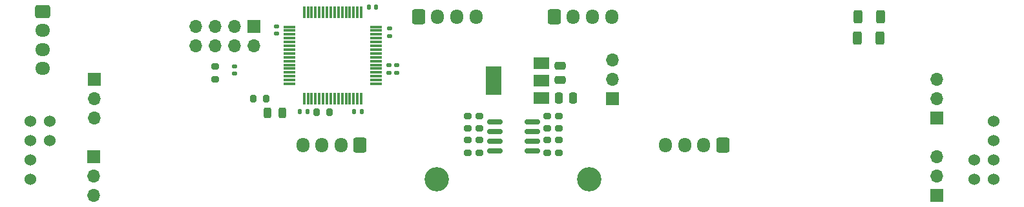
<source format=gbr>
%TF.GenerationSoftware,KiCad,Pcbnew,7.0.9*%
%TF.CreationDate,2025-01-29T17:13:48+09:00*%
%TF.ProjectId,04-RESCUE,30342d52-4553-4435-9545-2e6b69636164,rev?*%
%TF.SameCoordinates,Original*%
%TF.FileFunction,Soldermask,Bot*%
%TF.FilePolarity,Negative*%
%FSLAX46Y46*%
G04 Gerber Fmt 4.6, Leading zero omitted, Abs format (unit mm)*
G04 Created by KiCad (PCBNEW 7.0.9) date 2025-01-29 17:13:48*
%MOMM*%
%LPD*%
G01*
G04 APERTURE LIST*
G04 Aperture macros list*
%AMRoundRect*
0 Rectangle with rounded corners*
0 $1 Rounding radius*
0 $2 $3 $4 $5 $6 $7 $8 $9 X,Y pos of 4 corners*
0 Add a 4 corners polygon primitive as box body*
4,1,4,$2,$3,$4,$5,$6,$7,$8,$9,$2,$3,0*
0 Add four circle primitives for the rounded corners*
1,1,$1+$1,$2,$3*
1,1,$1+$1,$4,$5*
1,1,$1+$1,$6,$7*
1,1,$1+$1,$8,$9*
0 Add four rect primitives between the rounded corners*
20,1,$1+$1,$2,$3,$4,$5,0*
20,1,$1+$1,$4,$5,$6,$7,0*
20,1,$1+$1,$6,$7,$8,$9,0*
20,1,$1+$1,$8,$9,$2,$3,0*%
G04 Aperture macros list end*
%ADD10RoundRect,0.250000X-0.312500X-0.625000X0.312500X-0.625000X0.312500X0.625000X-0.312500X0.625000X0*%
%ADD11RoundRect,0.250000X0.312500X0.625000X-0.312500X0.625000X-0.312500X-0.625000X0.312500X-0.625000X0*%
%ADD12R,1.700000X1.700000*%
%ADD13O,1.700000X1.700000*%
%ADD14RoundRect,0.250000X-0.600000X-0.725000X0.600000X-0.725000X0.600000X0.725000X-0.600000X0.725000X0*%
%ADD15O,1.700000X1.950000*%
%ADD16RoundRect,0.250000X-0.725000X0.600000X-0.725000X-0.600000X0.725000X-0.600000X0.725000X0.600000X0*%
%ADD17O,1.950000X1.700000*%
%ADD18RoundRect,0.250000X0.475000X-0.250000X0.475000X0.250000X-0.475000X0.250000X-0.475000X-0.250000X0*%
%ADD19RoundRect,0.250000X0.600000X0.725000X-0.600000X0.725000X-0.600000X-0.725000X0.600000X-0.725000X0*%
%ADD20RoundRect,0.200000X0.275000X-0.200000X0.275000X0.200000X-0.275000X0.200000X-0.275000X-0.200000X0*%
%ADD21RoundRect,0.075000X0.700000X0.075000X-0.700000X0.075000X-0.700000X-0.075000X0.700000X-0.075000X0*%
%ADD22RoundRect,0.075000X0.075000X0.700000X-0.075000X0.700000X-0.075000X-0.700000X0.075000X-0.700000X0*%
%ADD23RoundRect,0.200000X-0.275000X0.200000X-0.275000X-0.200000X0.275000X-0.200000X0.275000X0.200000X0*%
%ADD24RoundRect,0.140000X-0.170000X0.140000X-0.170000X-0.140000X0.170000X-0.140000X0.170000X0.140000X0*%
%ADD25RoundRect,0.140000X0.140000X0.170000X-0.140000X0.170000X-0.140000X-0.170000X0.140000X-0.170000X0*%
%ADD26RoundRect,0.140000X0.170000X-0.140000X0.170000X0.140000X-0.170000X0.140000X-0.170000X-0.140000X0*%
%ADD27RoundRect,0.200000X-0.200000X-0.275000X0.200000X-0.275000X0.200000X0.275000X-0.200000X0.275000X0*%
%ADD28C,1.524000*%
%ADD29C,3.200000*%
%ADD30RoundRect,0.243750X-0.243750X-0.456250X0.243750X-0.456250X0.243750X0.456250X-0.243750X0.456250X0*%
%ADD31R,2.000000X1.500000*%
%ADD32R,2.000000X3.800000*%
%ADD33RoundRect,0.150000X-0.825000X-0.150000X0.825000X-0.150000X0.825000X0.150000X-0.825000X0.150000X0*%
%ADD34RoundRect,0.250000X-0.250000X-0.475000X0.250000X-0.475000X0.250000X0.475000X-0.250000X0.475000X0*%
G04 APERTURE END LIST*
D10*
%TO.C,R13*%
X145137500Y-76500000D03*
X148062500Y-76500000D03*
%TD*%
D11*
%TO.C,R12*%
X148162500Y-73700000D03*
X145237500Y-73700000D03*
%TD*%
D12*
%TO.C,M4*%
X155505000Y-97140000D03*
D13*
X155505000Y-94600000D03*
X155505000Y-92060000D03*
%TD*%
D14*
%TO.C,J2*%
X87630000Y-73660000D03*
D15*
X90130000Y-73660000D03*
X92630000Y-73660000D03*
X95130000Y-73660000D03*
%TD*%
D14*
%TO.C,J6*%
X105410000Y-73660000D03*
D15*
X107910000Y-73660000D03*
X110410000Y-73660000D03*
X112910000Y-73660000D03*
%TD*%
D12*
%TO.C,M5*%
X45155000Y-81930000D03*
D13*
X45155000Y-84470000D03*
X45155000Y-87010000D03*
%TD*%
D12*
%TO.C,M3*%
X45085000Y-92075000D03*
D13*
X45085000Y-94615000D03*
X45085000Y-97155000D03*
%TD*%
D16*
%TO.C,J1*%
X38354000Y-72958000D03*
D17*
X38354000Y-75458000D03*
X38354000Y-77958000D03*
X38354000Y-80458000D03*
%TD*%
D12*
%TO.C,M6*%
X155575000Y-86995000D03*
D13*
X155575000Y-84455000D03*
X155575000Y-81915000D03*
%TD*%
D18*
%TO.C,C2*%
X106172000Y-81976000D03*
X106172000Y-80076000D03*
%TD*%
D19*
%TO.C,J5*%
X79950000Y-90530000D03*
D15*
X77450000Y-90530000D03*
X74950000Y-90530000D03*
X72450000Y-90530000D03*
%TD*%
D20*
%TO.C,R8*%
X104521000Y-91503000D03*
X104521000Y-89853000D03*
%TD*%
D21*
%TO.C,U4*%
X82042000Y-74990000D03*
X82042000Y-75490000D03*
X82042000Y-75990000D03*
X82042000Y-76490000D03*
X82042000Y-76990000D03*
X82042000Y-77490000D03*
X82042000Y-77990000D03*
X82042000Y-78490000D03*
X82042000Y-78990000D03*
X82042000Y-79490000D03*
X82042000Y-79990000D03*
X82042000Y-80490000D03*
X82042000Y-80990000D03*
X82042000Y-81490000D03*
X82042000Y-81990000D03*
X82042000Y-82490000D03*
D22*
X80117000Y-84415000D03*
X79617000Y-84415000D03*
X79117000Y-84415000D03*
X78617000Y-84415000D03*
X78117000Y-84415000D03*
X77617000Y-84415000D03*
X77117000Y-84415000D03*
X76617000Y-84415000D03*
X76117000Y-84415000D03*
X75617000Y-84415000D03*
X75117000Y-84415000D03*
X74617000Y-84415000D03*
X74117000Y-84415000D03*
X73617000Y-84415000D03*
X73117000Y-84415000D03*
X72617000Y-84415000D03*
D21*
X70692000Y-82490000D03*
X70692000Y-81990000D03*
X70692000Y-81490000D03*
X70692000Y-80990000D03*
X70692000Y-80490000D03*
X70692000Y-79990000D03*
X70692000Y-79490000D03*
X70692000Y-78990000D03*
X70692000Y-78490000D03*
X70692000Y-77990000D03*
X70692000Y-77490000D03*
X70692000Y-76990000D03*
X70692000Y-76490000D03*
X70692000Y-75990000D03*
X70692000Y-75490000D03*
X70692000Y-74990000D03*
D22*
X72617000Y-73065000D03*
X73117000Y-73065000D03*
X73617000Y-73065000D03*
X74117000Y-73065000D03*
X74617000Y-73065000D03*
X75117000Y-73065000D03*
X75617000Y-73065000D03*
X76117000Y-73065000D03*
X76617000Y-73065000D03*
X77117000Y-73065000D03*
X77617000Y-73065000D03*
X78117000Y-73065000D03*
X78617000Y-73065000D03*
X79117000Y-73065000D03*
X79617000Y-73065000D03*
X80117000Y-73065000D03*
%TD*%
D23*
%TO.C,R3*%
X94107000Y-86678000D03*
X94107000Y-88328000D03*
%TD*%
D24*
%TO.C,C13*%
X84749000Y-80066000D03*
X84749000Y-81026000D03*
%TD*%
D25*
%TO.C,C11*%
X82042000Y-72390000D03*
X81082000Y-72390000D03*
%TD*%
D26*
%TO.C,C14*%
X83820000Y-76200000D03*
X83820000Y-75240000D03*
%TD*%
D27*
%TO.C,R5*%
X74272000Y-86233000D03*
X75922000Y-86233000D03*
%TD*%
D28*
%TO.C,U2*%
X163000000Y-87380000D03*
X163000000Y-89920000D03*
X163000000Y-92460000D03*
X163000000Y-95000000D03*
X160460000Y-92460000D03*
X160460000Y-95000000D03*
%TD*%
D23*
%TO.C,R1*%
X106045000Y-86678000D03*
X106045000Y-88328000D03*
%TD*%
D27*
%TO.C,R11*%
X66000000Y-84400000D03*
X67650000Y-84400000D03*
%TD*%
D19*
%TO.C,J3*%
X127500000Y-90530000D03*
D15*
X125000000Y-90530000D03*
X122500000Y-90530000D03*
X120000000Y-90530000D03*
%TD*%
D29*
%TO.C,REF\u002A\u002A*%
X90000000Y-95000000D03*
%TD*%
D23*
%TO.C,R6*%
X94107000Y-89853000D03*
X94107000Y-91503000D03*
%TD*%
D12*
%TO.C,M1*%
X113030000Y-84440000D03*
D13*
X113030000Y-81900000D03*
X113030000Y-79360000D03*
%TD*%
D24*
%TO.C,C12*%
X83733000Y-80066000D03*
X83733000Y-81026000D03*
%TD*%
D26*
%TO.C,C15*%
X63500000Y-81125000D03*
X63500000Y-80165000D03*
%TD*%
D25*
%TO.C,C9*%
X73037000Y-86106000D03*
X72077000Y-86106000D03*
%TD*%
D23*
%TO.C,R2*%
X106045000Y-89853000D03*
X106045000Y-91503000D03*
%TD*%
D26*
%TO.C,C10*%
X69001000Y-75918000D03*
X69001000Y-74958000D03*
%TD*%
D28*
%TO.C,U3*%
X36730000Y-95000000D03*
X36730000Y-92460000D03*
X36730000Y-89920000D03*
X36730000Y-87380000D03*
X39270000Y-89920000D03*
X39270000Y-87380000D03*
%TD*%
D20*
%TO.C,R10*%
X95631000Y-91503000D03*
X95631000Y-89853000D03*
%TD*%
D30*
%TO.C,D1*%
X67862500Y-86300000D03*
X69737500Y-86300000D03*
%TD*%
D20*
%TO.C,R9*%
X95631000Y-88328000D03*
X95631000Y-86678000D03*
%TD*%
D31*
%TO.C,U5*%
X103734000Y-79742000D03*
X103734000Y-82042000D03*
D32*
X97434000Y-82042000D03*
D31*
X103734000Y-84342000D03*
%TD*%
D33*
%TO.C,U1*%
X97601000Y-91313000D03*
X97601000Y-90043000D03*
X97601000Y-88773000D03*
X97601000Y-87503000D03*
X102551000Y-87503000D03*
X102551000Y-88773000D03*
X102551000Y-90043000D03*
X102551000Y-91313000D03*
%TD*%
D12*
%TO.C,J4*%
X66040000Y-74930000D03*
D13*
X66040000Y-77470000D03*
X63500000Y-74930000D03*
X63500000Y-77470000D03*
X60960000Y-74930000D03*
X60960000Y-77470000D03*
X58420000Y-74930000D03*
X58420000Y-77470000D03*
%TD*%
D34*
%TO.C,C1*%
X105984000Y-84328000D03*
X107884000Y-84328000D03*
%TD*%
D23*
%TO.C,R4*%
X60960000Y-80229000D03*
X60960000Y-81879000D03*
%TD*%
D20*
%TO.C,R7*%
X104521000Y-88328000D03*
X104521000Y-86678000D03*
%TD*%
D29*
%TO.C,REF\u002A\u002A*%
X110000000Y-95000000D03*
%TD*%
D25*
%TO.C,C8*%
X80149000Y-86106000D03*
X79189000Y-86106000D03*
%TD*%
M02*

</source>
